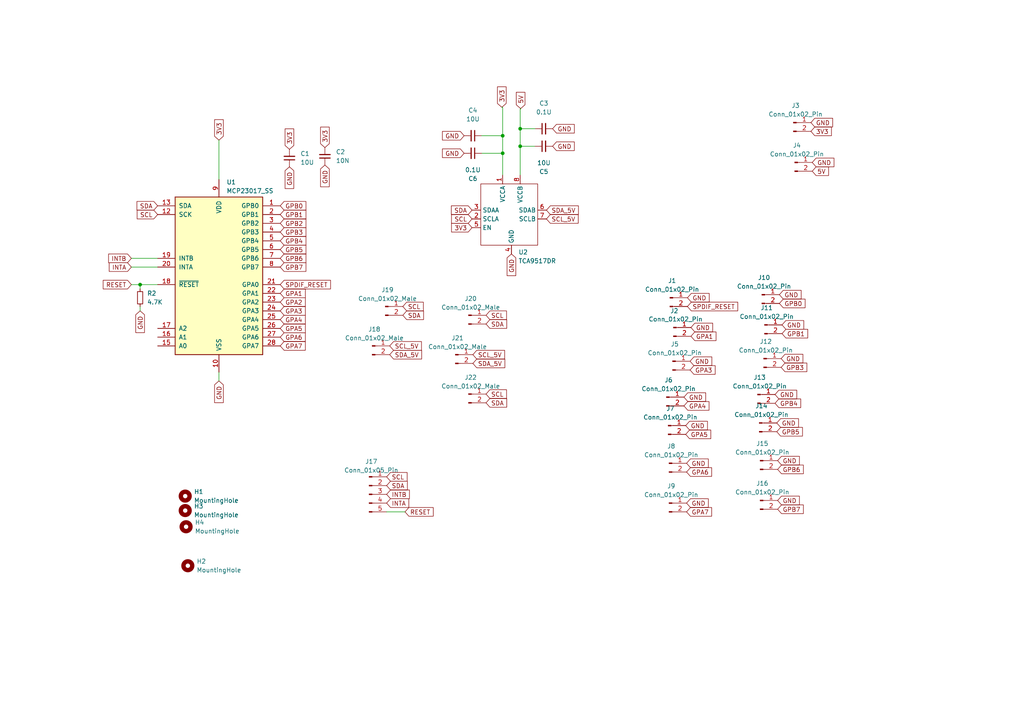
<source format=kicad_sch>
(kicad_sch (version 20231120) (generator "eeschema") (generator_version "8.0")
  (paper "A4")
  (lib_symbols
    (symbol "Connector:Conn_01x02_Male" (pin_names (offset 1.016) hide)
      (property "Reference" "J" (at 0 2.54 0))
      (property "Value" "Conn_01x02_Male" (at 0 -5.08 0))
      (symbol "Conn_01x02_Male_1_1"
        (polyline (pts (xy 1.27 -2.54) (xy 0.8636 -2.54)) (stroke (width 0.1524)))
        (polyline (pts (xy 1.27 0) (xy 0.8636 0)) (stroke (width 0.1524)))
        (rectangle (start 0.8636 -2.413) (end 0 -2.667) (stroke (width 0.1524)) (fill (type outline)))
        (rectangle (start 0.8636 0.127) (end 0 -0.127) (stroke (width 0.1524)) (fill (type outline)))
        (pin passive line (at 5.08 0 180) (length 3.81) (name "Pin_1") (number "1"))
        (pin passive line (at 5.08 -2.54 180) (length 3.81) (name "Pin_2") (number "2"))
      )
    )
    (symbol "Connector:Conn_01x02_Pin" (pin_names (offset 1.016) hide)
      (property "Reference" "J" (at 0 2.54 0))
      (property "Value" "Conn_01x02_Pin" (at 0 -5.08 0))
      (symbol "Conn_01x02_Pin_1_1"
        (polyline (pts (xy 1.27 -2.54) (xy 0.8636 -2.54)) (stroke (width 0.1524)))
        (polyline (pts (xy 1.27 0) (xy 0.8636 0)) (stroke (width 0.1524)))
        (rectangle (start 0.8636 -2.413) (end 0 -2.667) (stroke (width 0.1524)) (fill (type outline)))
        (rectangle (start 0.8636 0.127) (end 0 -0.127) (stroke (width 0.1524)) (fill (type outline)))
        (pin passive line (at 5.08 0 180) (length 3.81) (name "Pin_1") (number "1"))
        (pin passive line (at 5.08 -2.54 180) (length 3.81) (name "Pin_2") (number "2"))
      )
    )
    (symbol "Connector:Conn_01x05_Pin" (pin_names (offset 1.016) hide)
      (property "Reference" "J" (at 0 7.62 0))
      (property "Value" "Conn_01x05_Pin" (at 0 -7.62 0))
      (symbol "Conn_01x05_Pin_1_1"
        (polyline (pts (xy 1.27 -5.08) (xy 0.8636 -5.08)) (stroke (width 0.1524)))
        (polyline (pts (xy 1.27 -2.54) (xy 0.8636 -2.54)) (stroke (width 0.1524)))
        (polyline (pts (xy 1.27 0) (xy 0.8636 0)) (stroke (width 0.1524)))
        (polyline (pts (xy 1.27 2.54) (xy 0.8636 2.54)) (stroke (width 0.1524)))
        (polyline (pts (xy 1.27 5.08) (xy 0.8636 5.08)) (stroke (width 0.1524)))
        (rectangle (start 0.8636 -4.953) (end 0 -5.207) (stroke (width 0.1524)) (fill (type outline)))
        (rectangle (start 0.8636 -2.413) (end 0 -2.667) (stroke (width 0.1524)) (fill (type outline)))
        (rectangle (start 0.8636 0.127) (end 0 -0.127) (stroke (width 0.1524)) (fill (type outline)))
        (rectangle (start 0.8636 2.667) (end 0 2.413) (stroke (width 0.1524)) (fill (type outline)))
        (rectangle (start 0.8636 5.207) (end 0 4.953) (stroke (width 0.1524)) (fill (type outline)))
        (pin passive line (at 5.08 5.08 180) (length 3.81) (name "Pin_1") (number "1"))
        (pin passive line (at 5.08 2.54 180) (length 3.81) (name "Pin_2") (number "2"))
        (pin passive line (at 5.08 0 180) (length 3.81) (name "Pin_3") (number "3"))
        (pin passive line (at 5.08 -2.54 180) (length 3.81) (name "Pin_4") (number "4"))
        (pin passive line (at 5.08 -5.08 180) (length 3.81) (name "Pin_5") (number "5"))
      )
    )
    (symbol "Device:C_Small" (pin_numbers hide) (pin_names (offset 0.254) hide)
      (property "Reference" "C" (at 0.254 1.778 0))
      (property "Value" "C_Small" (at 0.254 -2.032 0))
      (symbol "C_Small_0_1"
        (polyline (pts (xy -1.524 -0.508) (xy 1.524 -0.508)) (stroke (width 0.3302)))
        (polyline (pts (xy -1.524 0.508) (xy 1.524 0.508)) (stroke (width 0.3048)))
      )
      (symbol "C_Small_1_1"
        (pin passive line (at 0 2.54 270) (length 2.032) (name "~") (number "1"))
        (pin passive line (at 0 -2.54 90) (length 2.032) (name "~") (number "2"))
      )
    )
    (symbol "Device:R_Small" (pin_numbers hide) (pin_names (offset 0.254) hide)
      (property "Reference" "R" (at 0.762 0.508 0))
      (property "Value" "R_Small" (at 0.762 -1.016 0))
      (symbol "R_Small_0_1"
        (rectangle (start -0.762 1.778) (end 0.762 -1.778) (stroke (width 0.2032)))
      )
      (symbol "R_Small_1_1"
        (pin passive line (at 0 2.54 270) (length 0.762) (name "~") (number "1"))
        (pin passive line (at 0 -2.54 90) (length 0.762) (name "~") (number "2"))
      )
    )
    (symbol "Interface_Expansion:MCP23017_SS" (pin_names (offset 1.016))
      (property "Reference" "U" (at -11.43 24.13 0))
      (property "Value" "MCP23017_SS" (at 0 0 0))
      (symbol "MCP23017_SS_0_1"
        (rectangle (start -12.7 22.86) (end 12.7 -22.86) (stroke (width 0.254)) (fill (type background)))
      )
      (symbol "MCP23017_SS_1_1"
        (pin bidirectional line (at 17.78 20.32 180) (length 5.08) (name "GPB0") (number "1"))
        (pin power_in line (at 0 -27.94 90) (length 5.08) (name "VSS") (number "10"))
        (pin no_connect line (at -12.7 15.24 0) (length 5.08) hide (name "NC") (number "11"))
        (pin input line (at -17.78 17.78 0) (length 5.08) (name "SCK") (number "12"))
        (pin bidirectional line (at -17.78 20.32 0) (length 5.08) (name "SDA") (number "13"))
        (pin no_connect line (at -12.7 12.7 0) (length 5.08) hide (name "NC") (number "14"))
        (pin input line (at -17.78 -20.32 0) (length 5.08) (name "A0") (number "15"))
        (pin input line (at -17.78 -17.78 0) (length 5.08) (name "A1") (number "16"))
        (pin input line (at -17.78 -15.24 0) (length 5.08) (name "A2") (number "17"))
        (pin input line (at -17.78 -2.54 0) (length 5.08) (name "~{RESET}") (number "18"))
        (pin tri_state line (at -17.78 5.08 0) (length 5.08) (name "INTB") (number "19"))
        (pin bidirectional line (at 17.78 17.78 180) (length 5.08) (name "GPB1") (number "2"))
        (pin tri_state line (at -17.78 2.54 0) (length 5.08) (name "INTA") (number "20"))
        (pin bidirectional line (at 17.78 -2.54 180) (length 5.08) (name "GPA0") (number "21"))
        (pin bidirectional line (at 17.78 -5.08 180) (length 5.08) (name "GPA1") (number "22"))
        (pin bidirectional line (at 17.78 -7.62 180) (length 5.08) (name "GPA2") (number "23"))
        (pin bidirectional line (at 17.78 -10.16 180) (length 5.08) (name "GPA3") (number "24"))
        (pin bidirectional line (at 17.78 -12.7 180) (length 5.08) (name "GPA4") (number "25"))
        (pin bidirectional line (at 17.78 -15.24 180) (length 5.08) (name "GPA5") (number "26"))
        (pin bidirectional line (at 17.78 -17.78 180) (length 5.08) (name "GPA6") (number "27"))
        (pin bidirectional line (at 17.78 -20.32 180) (length 5.08) (name "GPA7") (number "28"))
        (pin bidirectional line (at 17.78 15.24 180) (length 5.08) (name "GPB2") (number "3"))
        (pin bidirectional line (at 17.78 12.7 180) (length 5.08) (name "GPB3") (number "4"))
        (pin bidirectional line (at 17.78 10.16 180) (length 5.08) (name "GPB4") (number "5"))
        (pin bidirectional line (at 17.78 7.62 180) (length 5.08) (name "GPB5") (number "6"))
        (pin bidirectional line (at 17.78 5.08 180) (length 5.08) (name "GPB6") (number "7"))
        (pin bidirectional line (at 17.78 2.54 180) (length 5.08) (name "GPB7") (number "8"))
        (pin power_in line (at 0 27.94 270) (length 5.08) (name "VDD") (number "9"))
      )
    )
    (symbol "Interface_LineDriver:TCA9517DR"
      (property "Reference" "U" (at 0 7.62 0))
      (property "Value" "TCA9517DR" (at 6.35 -1.27 0))
      (symbol "TCA9517DR_0_1"
        (polyline (pts (xy -8.89 17.78) (xy 7.62 17.78) (xy 7.62 0) (xy -8.89 0) (xy -8.89 17.78)))
      )
      (symbol "TCA9517DR_1_1"
        (pin input line (at -2.54 20.32 270) (length 2.54) (name "VCCA") (number "1"))
        (pin bidirectional line (at -11.43 7.62 0) (length 2.54) (name "SCLA") (number "2"))
        (pin bidirectional line (at -11.43 10.16 0) (length 2.54) (name "SDAA") (number "3"))
        (pin input line (at 0 -2.54 90) (length 2.54) (name "GND") (number "4"))
        (pin input line (at -11.43 5.08 0) (length 2.54) (name "EN") (number "5"))
        (pin bidirectional line (at 10.16 10.16 180) (length 2.54) (name "SDAB") (number "6"))
        (pin bidirectional line (at 10.16 7.62 180) (length 2.54) (name "SCLB") (number "7"))
        (pin input line (at 2.54 20.32 270) (length 2.54) (name "VCCB") (number "8"))
      )
    )
    (symbol "Mechanical:MountingHole" (pin_names (offset 1.016))
      (property "Reference" "H" (at 0 5.08 0))
      (property "Value" "MountingHole" (at 0 3.175 0))
      (symbol "MountingHole_0_1"
        (circle (center 0 0) (radius 1.27) (stroke (width 1.27)))
      )
    )
  )
  (junction (at 40.64 82.55))
  (junction (at 145.796 44.45))
  (junction (at 150.876 37.338))
  (junction (at 150.876 42.418))
  (junction (at 145.796 39.37))
  (wire (pts (xy 145.542 31.115) (xy 145.796 31.115)))
  (wire (pts (xy 63.5 110.49) (xy 63.5 107.95)))
  (wire (pts (xy 145.796 39.37) (xy 145.796 44.45)))
  (wire (pts (xy 151.003 31.496) (xy 151.003 31.623)))
  (wire (pts (xy 38.1 77.47) (xy 45.72 77.47)))
  (wire (pts (xy 150.876 37.338) (xy 155.194 37.338)))
  (wire (pts (xy 112.141 148.463) (xy 117.475 148.463)))
  (wire (pts (xy 139.7 39.37) (xy 145.796 39.37)))
  (wire (pts (xy 150.876 31.623) (xy 150.876 37.338)))
  (wire (pts (xy 139.7 44.45) (xy 145.796 44.45)))
  (wire (pts (xy 150.876 42.418) (xy 150.876 50.8)))
  (wire (pts (xy 40.64 82.55) (xy 45.72 82.55)))
  (wire (pts (xy 38.1 74.93) (xy 45.72 74.93)))
  (wire (pts (xy 145.796 44.45) (xy 145.796 50.8)))
  (wire (pts (xy 40.64 90.17) (xy 40.64 88.9)))
  (wire (pts (xy 40.64 83.82) (xy 40.64 82.55)))
  (wire (pts (xy 150.876 42.418) (xy 155.194 42.418)))
  (wire (pts (xy 151.003 31.623) (xy 150.876 31.623)))
  (wire (pts (xy 145.796 31.115) (xy 145.796 39.37)))
  (wire (pts (xy 150.876 37.338) (xy 150.876 42.418)))
  (wire (pts (xy 38.1 82.55) (xy 40.64 82.55)))
  (wire (pts (xy 63.5 40.64) (xy 63.5 52.07)))
  (global_label "GND" (shape input) (at 83.947 48.387 270) (property "Intersheetrefs" "${INTERSHEET_REFS}" (effects (hide yes))))
  (global_label "3V3" (shape input) (at 145.542 31.115 90) (property "Intersheetrefs" "${INTERSHEET_REFS}" (effects (hide yes))))
  (global_label "GPA6" (shape input) (at 81.28 97.79 0) (property "Intersheetrefs" "${INTERSHEET_REFS}" (effects (hide yes))))
  (global_label "RESET" (shape input) (at 117.475 148.463 0) (property "Intersheetrefs" "${INTERSHEET_REFS}" (effects (hide yes))))
  (global_label "GPB3" (shape input) (at 226.568 106.553 0) (property "Intersheetrefs" "${INTERSHEET_REFS}" (effects (hide yes))))
  (global_label "SDA" (shape input) (at 136.906 60.96 180) (property "Intersheetrefs" "${INTERSHEET_REFS}" (effects (hide yes))))
  (global_label "GND" (shape input) (at 235.585 47.117 0) (property "Intersheetrefs" "${INTERSHEET_REFS}" (effects (hide yes))))
  (global_label "GPB3" (shape input) (at 81.28 67.31 0) (property "Intersheetrefs" "${INTERSHEET_REFS}" (effects (hide yes))))
  (global_label "GND" (shape input) (at 198.374 115.189 0) (property "Intersheetrefs" "${INTERSHEET_REFS}" (effects (hide yes))))
  (global_label "5V" (shape input) (at 151.003 31.496 90) (property "Intersheetrefs" "${INTERSHEET_REFS}" (effects (hide yes))))
  (global_label "GND" (shape input) (at 225.552 145.161 0) (property "Intersheetrefs" "${INTERSHEET_REFS}" (effects (hide yes))))
  (global_label "GND" (shape input) (at 148.336 73.66 270) (property "Intersheetrefs" "${INTERSHEET_REFS}" (effects (hide yes))))
  (global_label "GPB5" (shape input) (at 81.28 72.39 0) (property "Intersheetrefs" "${INTERSHEET_REFS}" (effects (hide yes))))
  (global_label "GPA3" (shape input) (at 81.28 90.17 0) (property "Intersheetrefs" "${INTERSHEET_REFS}" (effects (hide yes))))
  (global_label "GND" (shape input) (at 160.274 42.418 0) (property "Intersheetrefs" "${INTERSHEET_REFS}" (effects (hide yes))))
  (global_label "GND" (shape input) (at 40.64 90.17 270) (property "Intersheetrefs" "${INTERSHEET_REFS}" (effects (hide yes))))
  (global_label "SDA" (shape input) (at 116.84 91.44 0) (property "Intersheetrefs" "${INTERSHEET_REFS}" (effects (hide yes))))
  (global_label "GND" (shape input) (at 235.204 35.56 0) (property "Intersheetrefs" "${INTERSHEET_REFS}" (effects (hide yes))))
  (global_label "GPB5" (shape input) (at 225.298 125.222 0) (property "Intersheetrefs" "${INTERSHEET_REFS}" (effects (hide yes))))
  (global_label "SCL" (shape input) (at 140.97 91.44 0) (property "Intersheetrefs" "${INTERSHEET_REFS}" (effects (hide yes))))
  (global_label "GND" (shape input) (at 63.5 110.49 270) (property "Intersheetrefs" "${INTERSHEET_REFS}" (effects (hide yes))))
  (global_label "GPA2" (shape input) (at 81.28 87.63 0) (property "Intersheetrefs" "${INTERSHEET_REFS}" (effects (hide yes))))
  (global_label "GPB6" (shape input) (at 225.552 136.144 0) (property "Intersheetrefs" "${INTERSHEET_REFS}" (effects (hide yes))))
  (global_label "GPA7" (shape input) (at 81.28 100.33 0) (property "Intersheetrefs" "${INTERSHEET_REFS}" (effects (hide yes))))
  (global_label "SCL_5V" (shape input) (at 137.16 102.87 0) (property "Intersheetrefs" "${INTERSHEET_REFS}" (effects (hide yes))))
  (global_label "GPB4" (shape input) (at 224.79 116.967 0) (property "Intersheetrefs" "${INTERSHEET_REFS}" (effects (hide yes))))
  (global_label "SDA_5V" (shape input) (at 113.03 102.87 0) (property "Intersheetrefs" "${INTERSHEET_REFS}" (effects (hide yes))))
  (global_label "SCL" (shape input) (at 136.906 63.5 180) (property "Intersheetrefs" "${INTERSHEET_REFS}" (effects (hide yes))))
  (global_label "SDA" (shape input) (at 45.72 59.69 180) (property "Intersheetrefs" "${INTERSHEET_REFS}" (effects (hide yes))))
  (global_label "3V3" (shape input) (at 63.5 40.64 90) (property "Intersheetrefs" "${INTERSHEET_REFS}" (effects (hide yes))))
  (global_label "GND" (shape input) (at 225.298 122.682 0) (property "Intersheetrefs" "${INTERSHEET_REFS}" (effects (hide yes))))
  (global_label "GND" (shape input) (at 225.552 133.604 0) (property "Intersheetrefs" "${INTERSHEET_REFS}" (effects (hide yes))))
  (global_label "INTA" (shape input) (at 38.1 77.47 180) (property "Intersheetrefs" "${INTERSHEET_REFS}" (effects (hide yes))))
  (global_label "GPB2" (shape input) (at 81.28 64.77 0) (property "Intersheetrefs" "${INTERSHEET_REFS}" (effects (hide yes))))
  (global_label "SDA" (shape input) (at 140.97 116.84 0) (property "Intersheetrefs" "${INTERSHEET_REFS}" (effects (hide yes))))
  (global_label "SPDIF_RESET" (shape input) (at 199.39 88.9 0) (property "Intersheetrefs" "${INTERSHEET_REFS}" (effects (hide yes))))
  (global_label "GND" (shape input) (at 226.568 104.013 0) (property "Intersheetrefs" "${INTERSHEET_REFS}" (effects (hide yes))))
  (global_label "GND" (shape input) (at 160.274 37.338 0) (property "Intersheetrefs" "${INTERSHEET_REFS}" (effects (hide yes))))
  (global_label "SCL_5V" (shape input) (at 113.03 100.33 0) (property "Intersheetrefs" "${INTERSHEET_REFS}" (effects (hide yes))))
  (global_label "GPB1" (shape input) (at 81.28 62.23 0) (property "Intersheetrefs" "${INTERSHEET_REFS}" (effects (hide yes))))
  (global_label "3V3" (shape input) (at 83.947 43.307 90) (property "Intersheetrefs" "${INTERSHEET_REFS}" (effects (hide yes))))
  (global_label "GPA7" (shape input) (at 199.136 148.463 0) (property "Intersheetrefs" "${INTERSHEET_REFS}" (effects (hide yes))))
  (global_label "SDA" (shape input) (at 112.141 140.843 0) (property "Intersheetrefs" "${INTERSHEET_REFS}" (effects (hide yes))))
  (global_label "SCL" (shape input) (at 45.72 62.23 180) (property "Intersheetrefs" "${INTERSHEET_REFS}" (effects (hide yes))))
  (global_label "GPB7" (shape input) (at 225.552 147.701 0) (property "Intersheetrefs" "${INTERSHEET_REFS}" (effects (hide yes))))
  (global_label "SCL" (shape input) (at 140.97 114.3 0) (property "Intersheetrefs" "${INTERSHEET_REFS}" (effects (hide yes))))
  (global_label "SPDIF_RESET" (shape input) (at 81.28 82.55 0) (property "Intersheetrefs" "${INTERSHEET_REFS}" (effects (hide yes))))
  (global_label "3V3" (shape input) (at 235.204 38.1 0) (property "Intersheetrefs" "${INTERSHEET_REFS}" (effects (hide yes))))
  (global_label "GND" (shape input) (at 199.39 86.36 0) (property "Intersheetrefs" "${INTERSHEET_REFS}" (effects (hide yes))))
  (global_label "GND" (shape input) (at 134.62 39.37 180) (property "Intersheetrefs" "${INTERSHEET_REFS}" (effects (hide yes))))
  (global_label "5V" (shape input) (at 235.585 49.657 0) (property "Intersheetrefs" "${INTERSHEET_REFS}" (effects (hide yes))))
  (global_label "GPB4" (shape input) (at 81.28 69.85 0) (property "Intersheetrefs" "${INTERSHEET_REFS}" (effects (hide yes))))
  (global_label "GND" (shape input) (at 200.152 104.775 0) (property "Intersheetrefs" "${INTERSHEET_REFS}" (effects (hide yes))))
  (global_label "GND" (shape input) (at 224.79 114.427 0) (property "Intersheetrefs" "${INTERSHEET_REFS}" (effects (hide yes))))
  (global_label "GND" (shape input) (at 94.234 47.879 270) (property "Intersheetrefs" "${INTERSHEET_REFS}" (effects (hide yes))))
  (global_label "3V3" (shape input) (at 136.906 66.04 180) (property "Intersheetrefs" "${INTERSHEET_REFS}" (effects (hide yes))))
  (global_label "GPA4" (shape input) (at 198.374 117.729 0) (property "Intersheetrefs" "${INTERSHEET_REFS}" (effects (hide yes))))
  (global_label "GPA3" (shape input) (at 200.152 107.315 0) (property "Intersheetrefs" "${INTERSHEET_REFS}" (effects (hide yes))))
  (global_label "3V3" (shape input) (at 94.234 42.799 90) (property "Intersheetrefs" "${INTERSHEET_REFS}" (effects (hide yes))))
  (global_label "GPA1" (shape input) (at 81.28 85.09 0) (property "Intersheetrefs" "${INTERSHEET_REFS}" (effects (hide yes))))
  (global_label "GPA6" (shape input) (at 199.136 136.906 0) (property "Intersheetrefs" "${INTERSHEET_REFS}" (effects (hide yes))))
  (global_label "SDA_5V" (shape input) (at 137.16 105.41 0) (property "Intersheetrefs" "${INTERSHEET_REFS}" (effects (hide yes))))
  (global_label "SCL" (shape input) (at 116.84 88.9 0) (property "Intersheetrefs" "${INTERSHEET_REFS}" (effects (hide yes))))
  (global_label "GPA5" (shape input) (at 198.882 125.984 0) (property "Intersheetrefs" "${INTERSHEET_REFS}" (effects (hide yes))))
  (global_label "GND" (shape input) (at 198.882 123.444 0) (property "Intersheetrefs" "${INTERSHEET_REFS}" (effects (hide yes))))
  (global_label "GND" (shape input) (at 226.06 85.471 0) (property "Intersheetrefs" "${INTERSHEET_REFS}" (effects (hide yes))))
  (global_label "GND" (shape input) (at 134.62 44.45 180) (property "Intersheetrefs" "${INTERSHEET_REFS}" (effects (hide yes))))
  (global_label "GPA5" (shape input) (at 81.28 95.25 0) (property "Intersheetrefs" "${INTERSHEET_REFS}" (effects (hide yes))))
  (global_label "RESET" (shape input) (at 38.1 82.55 180) (property "Intersheetrefs" "${INTERSHEET_REFS}" (effects (hide yes))))
  (global_label "SDA" (shape input) (at 140.97 93.98 0) (property "Intersheetrefs" "${INTERSHEET_REFS}" (effects (hide yes))))
  (global_label "INTB" (shape input) (at 38.1 74.93 180) (property "Intersheetrefs" "${INTERSHEET_REFS}" (effects (hide yes))))
  (global_label "GPA4" (shape input) (at 81.28 92.71 0) (property "Intersheetrefs" "${INTERSHEET_REFS}" (effects (hide yes))))
  (global_label "GND" (shape input) (at 199.136 134.366 0) (property "Intersheetrefs" "${INTERSHEET_REFS}" (effects (hide yes))))
  (global_label "GPA1" (shape input) (at 200.406 97.536 0) (property "Intersheetrefs" "${INTERSHEET_REFS}" (effects (hide yes))))
  (global_label "GND" (shape input) (at 200.406 94.996 0) (property "Intersheetrefs" "${INTERSHEET_REFS}" (effects (hide yes))))
  (global_label "GPB6" (shape input) (at 81.28 74.93 0) (property "Intersheetrefs" "${INTERSHEET_REFS}" (effects (hide yes))))
  (global_label "SDA_5V" (shape input) (at 158.496 60.96 0) (property "Intersheetrefs" "${INTERSHEET_REFS}" (effects (hide yes))))
  (global_label "GPB0" (shape input) (at 226.06 88.011 0) (property "Intersheetrefs" "${INTERSHEET_REFS}" (effects (hide yes))))
  (global_label "GND" (shape input) (at 226.822 94.234 0) (property "Intersheetrefs" "${INTERSHEET_REFS}" (effects (hide yes))))
  (global_label "GPB1" (shape input) (at 226.822 96.774 0) (property "Intersheetrefs" "${INTERSHEET_REFS}" (effects (hide yes))))
  (global_label "INTB" (shape input) (at 112.141 143.383 0) (property "Intersheetrefs" "${INTERSHEET_REFS}" (effects (hide yes))))
  (global_label "SCL" (shape input) (at 112.141 138.303 0) (property "Intersheetrefs" "${INTERSHEET_REFS}" (effects (hide yes))))
  (global_label "GPB7" (shape input) (at 81.28 77.47 0) (property "Intersheetrefs" "${INTERSHEET_REFS}" (effects (hide yes))))
  (global_label "SCL_5V" (shape input) (at 158.496 63.5 0) (property "Intersheetrefs" "${INTERSHEET_REFS}" (effects (hide yes))))
  (global_label "INTA" (shape input) (at 112.141 145.923 0) (property "Intersheetrefs" "${INTERSHEET_REFS}" (effects (hide yes))))
  (global_label "GND" (shape input) (at 199.136 145.923 0) (property "Intersheetrefs" "${INTERSHEET_REFS}" (effects (hide yes))))
  (global_label "GPB0" (shape input) (at 81.28 59.69 0) (property "Intersheetrefs" "${INTERSHEET_REFS}" (effects (hide yes))))
  (symbol (lib_id "Connector:Conn_01x02_Pin") (at 194.056 134.366 0) (unit 1)
    (property "Reference" "J8" (at 194.691 129.413 0))
    (property "Value" "Conn_01x02_Pin" (at 194.691 131.953 0))
    (property "Footprint" "Connector_JST:JST_PH_B2B-PH-K_1x02_P2.00mm_Vertical" (effects (hide yes)))
  )
  (symbol (lib_id "Connector:Conn_01x02_Pin") (at 221.742 94.234 0) (unit 1)
    (property "Reference" "J11" (at 222.377 89.281 0))
    (property "Value" "Conn_01x02_Pin" (at 222.377 91.821 0))
    (property "Footprint" "Connector_JST:JST_PH_B2B-PH-K_1x02_P2.00mm_Vertical" (effects (hide yes)))
  )
  (symbol (lib_id "Mechanical:MountingHole") (at 53.975 152.781 0) (unit 1)
    (property "Reference" "H4" (at 56.515 151.5109 0) (effects (justify left)))
    (property "Value" "MountingHole" (at 56.515 154.0509 0) (effects (justify left)))
    (property "Footprint" "MountingHole:MountingHole_3.2mm_M3" (effects (hide yes)))
  )
  (symbol (lib_id "Interface_Expansion:MCP23017_SS") (at 63.5 80.01 0) (unit 1)
    (property "Reference" "U1" (at 65.6941 52.832 0) (effects (justify left)))
    (property "Value" "MCP23017_SS" (at 65.6941 55.372 0) (effects (justify left)))
    (property "Footprint" "Package_SO:SSOP-28_5.3x10.2mm_P0.65mm" (effects (hide yes)))
    (property "Datasheet" "http://ww1.microchip.com/downloads/en/DeviceDoc/20001952C.pdf" (effects (hide yes)))
  )
  (symbol (lib_id "Connector:Conn_01x02_Pin") (at 195.326 94.996 0) (unit 1)
    (property "Reference" "J2" (at 195.58 90.17 0))
    (property "Value" "Conn_01x02_Pin" (at 195.961 92.583 0))
    (property "Footprint" "Connector_JST:JST_PH_B2B-PH-K_1x02_P2.00mm_Vertical" (effects (hide yes)))
  )
  (symbol (lib_id "Connector:Conn_01x02_Pin") (at 195.072 104.775 0) (unit 1)
    (property "Reference" "J5" (at 195.707 99.822 0))
    (property "Value" "Conn_01x02_Pin" (at 195.707 102.362 0))
    (property "Footprint" "Connector_JST:JST_PH_B2B-PH-K_1x02_P2.00mm_Vertical" (effects (hide yes)))
  )
  (symbol (lib_id "Device:C_Small") (at 157.734 42.418 90) (unit 1)
    (property "Reference" "C5" (at 157.7404 49.784 90))
    (property "Value" "10U" (at 157.7404 47.244 90))
    (property "Footprint" "Capacitor_SMD:C_1206_3216Metric_Pad1.33x1.80mm_HandSolder" (effects (hide yes)))
  )
  (symbol (lib_id "Interface_LineDriver:TCA9517DR") (at 148.336 71.12 0) (unit 1)
    (property "Reference" "U2" (at 150.3554 73.152 0) (effects (justify left)))
    (property "Value" "TCA9517DR" (at 150.3554 75.692 0) (effects (justify left)))
    (property "Footprint" "Package_SO:SOIC-8_3.9x4.9mm_P1.27mm" (effects (hide yes)))
  )
  (symbol (lib_id "Connector:Conn_01x02_Male") (at 107.95 100.33 0) (unit 1)
    (property "Reference" "J18" (at 108.585 95.504 0))
    (property "Value" "Conn_01x02_Male" (at 108.585 98.044 0))
    (property "Footprint" "Connector_JST:JST_PH_B2B-PH-K_1x02_P2.00mm_Vertical" (effects (hide yes)))
  )
  (symbol (lib_id "Device:C_Small") (at 137.16 44.45 270) (unit 1)
    (property "Reference" "C6" (at 137.1537 51.816 90))
    (property "Value" "0.1U" (at 137.1537 49.276 90))
    (property "Footprint" "Capacitor_SMD:C_0805_2012Metric_Pad1.18x1.45mm_HandSolder" (effects (hide yes)))
  )
  (symbol (lib_id "Connector:Conn_01x02_Pin") (at 193.802 123.444 0) (unit 1)
    (property "Reference" "J7" (at 194.437 118.491 0))
    (property "Value" "Conn_01x02_Pin" (at 194.437 121.031 0))
    (property "Footprint" "Connector_JST:JST_PH_B2B-PH-K_1x02_P2.00mm_Vertical" (effects (hide yes)))
  )
  (symbol (lib_id "Device:C_Small") (at 94.234 45.339 180) (unit 1)
    (property "Reference" "C2" (at 97.409 44.0626 0) (effects (justify right)))
    (property "Value" "10N" (at 97.409 46.6026 0) (effects (justify right)))
    (property "Footprint" "Capacitor_SMD:C_0805_2012Metric_Pad1.18x1.45mm_HandSolder" (effects (hide yes)))
  )
  (symbol (lib_id "Connector:Conn_01x02_Male") (at 135.89 91.44 0) (unit 1)
    (property "Reference" "J20" (at 136.525 86.614 0))
    (property "Value" "Conn_01x02_Male" (at 136.525 89.154 0))
    (property "Footprint" "Connector_JST:JST_PH_B2B-PH-K_1x02_P2.00mm_Vertical" (effects (hide yes)))
  )
  (symbol (lib_id "Connector:Conn_01x02_Pin") (at 220.472 133.604 0) (unit 1)
    (property "Reference" "J15" (at 221.107 128.651 0))
    (property "Value" "Conn_01x02_Pin" (at 221.107 131.191 0))
    (property "Footprint" "Connector_JST:JST_PH_B2B-PH-K_1x02_P2.00mm_Vertical" (effects (hide yes)))
  )
  (symbol (lib_id "Connector:Conn_01x02_Pin") (at 194.31 86.36 0) (unit 1)
    (property "Reference" "J1" (at 194.945 81.407 0))
    (property "Value" "Conn_01x02_Pin" (at 194.945 83.947 0))
    (property "Footprint" "Connector_JST:JST_PH_B2B-PH-K_1x02_P2.00mm_Vertical" (effects (hide yes)))
  )
  (symbol (lib_id "Connector:Conn_01x02_Pin") (at 219.71 114.427 0) (unit 1)
    (property "Reference" "J13" (at 220.345 109.474 0))
    (property "Value" "Conn_01x02_Pin" (at 220.345 112.014 0))
    (property "Footprint" "Connector_JST:JST_PH_B2B-PH-K_1x02_P2.00mm_Vertical" (effects (hide yes)))
  )
  (symbol (lib_id "Connector:Conn_01x05_Pin") (at 107.061 143.383 0) (unit 1)
    (property "Reference" "J17" (at 107.696 133.858 0))
    (property "Value" "Conn_01x05_Pin" (at 107.696 136.398 0))
    (property "Footprint" "Connector_JST:JST_PH_B5B-PH-K_1x05_P2.00mm_Vertical" (effects (hide yes)))
  )
  (symbol (lib_id "Mechanical:MountingHole") (at 53.721 148.082 0) (unit 1)
    (property "Reference" "H3" (at 56.261 146.8119 0) (effects (justify left)))
    (property "Value" "MountingHole" (at 56.261 149.3519 0) (effects (justify left)))
    (property "Footprint" "MountingHole:MountingHole_3.2mm_M3" (effects (hide yes)))
  )
  (symbol (lib_id "Connector:Conn_01x02_Pin") (at 220.472 145.161 0) (unit 1)
    (property "Reference" "J16" (at 221.107 140.208 0))
    (property "Value" "Conn_01x02_Pin" (at 221.107 142.748 0))
    (property "Footprint" "Connector_JST:JST_PH_B2B-PH-K_1x02_P2.00mm_Vertical" (effects (hide yes)))
  )
  (symbol (lib_id "Connector:Conn_01x02_Male") (at 111.76 88.9 0) (unit 1)
    (property "Reference" "J19" (at 112.395 84.074 0))
    (property "Value" "Conn_01x02_Male" (at 112.395 86.614 0))
    (property "Footprint" "Connector_JST:JST_PH_B2B-PH-K_1x02_P2.00mm_Vertical" (effects (hide yes)))
  )
  (symbol (lib_id "Device:C_Small") (at 137.16 39.37 270) (unit 1)
    (property "Reference" "C4" (at 137.1536 32.004 90))
    (property "Value" "10U" (at 137.1536 34.544 90))
    (property "Footprint" "Capacitor_SMD:C_1206_3216Metric_Pad1.33x1.80mm_HandSolder" (effects (hide yes)))
  )
  (symbol (lib_id "Mechanical:MountingHole") (at 53.721 143.891 0) (unit 1)
    (property "Reference" "H1" (at 56.261 142.6209 0) (effects (justify left)))
    (property "Value" "MountingHole" (at 56.261 145.1609 0) (effects (justify left)))
    (property "Footprint" "MountingHole:MountingHole_3.2mm_M3" (effects (hide yes)))
  )
  (symbol (lib_id "Device:C_Small") (at 157.734 37.338 90) (unit 1)
    (property "Reference" "C3" (at 157.7403 29.972 90))
    (property "Value" "0.1U" (at 157.7403 32.512 90))
    (property "Footprint" "Capacitor_SMD:C_0805_2012Metric_Pad1.18x1.45mm_HandSolder" (effects (hide yes)))
  )
  (symbol (lib_id "Device:R_Small") (at 40.64 86.36 180) (unit 1)
    (property "Reference" "R2" (at 42.672 85.09 0) (effects (justify right)))
    (property "Value" "4.7K" (at 42.672 87.63 0) (effects (justify right)))
    (property "Footprint" "Resistor_SMD:R_0603_1608Metric_Pad0.98x0.95mm_HandSolder" (effects (hide yes)))
  )
  (symbol (lib_id "Connector:Conn_01x02_Pin") (at 230.124 35.56 0) (unit 1)
    (property "Reference" "J3" (at 230.759 30.607 0))
    (property "Value" "Conn_01x02_Pin" (at 230.759 33.147 0))
    (property "Footprint" "Connector_JST:JST_PH_B2B-PH-K_1x02_P2.00mm_Vertical" (effects (hide yes)))
  )
  (symbol (lib_id "Connector:Conn_01x02_Pin") (at 220.218 122.682 0) (unit 1)
    (property "Reference" "J14" (at 220.853 117.729 0))
    (property "Value" "Conn_01x02_Pin" (at 220.853 120.269 0))
    (property "Footprint" "Connector_JST:JST_PH_B2B-PH-K_1x02_P2.00mm_Vertical" (effects (hide yes)))
  )
  (symbol (lib_id "Connector:Conn_01x02_Pin") (at 193.294 115.189 0) (unit 1)
    (property "Reference" "J6" (at 193.929 110.236 0))
    (property "Value" "Conn_01x02_Pin" (at 193.929 112.776 0))
    (property "Footprint" "Connector_JST:JST_PH_B2B-PH-K_1x02_P2.00mm_Vertical" (effects (hide yes)))
  )
  (symbol (lib_id "Connector:Conn_01x02_Male") (at 135.89 114.3 0) (unit 1)
    (property "Reference" "J22" (at 136.525 109.474 0))
    (property "Value" "Conn_01x02_Male" (at 136.525 112.014 0))
    (property "Footprint" "Connector_JST:JST_PH_B2B-PH-K_1x02_P2.00mm_Vertical" (effects (hide yes)))
  )
  (symbol (lib_id "Mechanical:MountingHole") (at 54.483 164.084 0) (unit 1)
    (property "Reference" "H2" (at 57.023 162.8139 0) (effects (justify left)))
    (property "Value" "MountingHole" (at 57.023 165.3539 0) (effects (justify left)))
    (property "Footprint" "MountingHole:MountingHole_3.2mm_M3" (effects (hide yes)))
  )
  (symbol (lib_id "Connector:Conn_01x02_Pin") (at 194.056 145.923 0) (unit 1)
    (property "Reference" "J9" (at 194.691 140.97 0))
    (property "Value" "Conn_01x02_Pin" (at 194.691 143.51 0))
    (property "Footprint" "Connector_JST:JST_PH_B2B-PH-K_1x02_P2.00mm_Vertical" (effects (hide yes)))
  )
  (symbol (lib_id "Device:C_Small") (at 83.947 45.847 180) (unit 1)
    (property "Reference" "C1" (at 87.122 44.5706 0) (effects (justify right)))
    (property "Value" "10U" (at 87.122 47.1106 0) (effects (justify right)))
    (property "Footprint" "Capacitor_SMD:C_1206_3216Metric_Pad1.33x1.80mm_HandSolder" (effects (hide yes)))
  )
  (symbol (lib_id "Connector:Conn_01x02_Pin") (at 220.98 85.471 0) (unit 1)
    (property "Reference" "J10" (at 221.615 80.518 0))
    (property "Value" "Conn_01x02_Pin" (at 221.615 83.058 0))
    (property "Footprint" "Connector_JST:JST_PH_B2B-PH-K_1x02_P2.00mm_Vertical" (effects (hide yes)))
  )
  (symbol (lib_id "Connector:Conn_01x02_Pin") (at 221.488 104.013 0) (unit 1)
    (property "Reference" "J12" (at 222.123 99.06 0))
    (property "Value" "Conn_01x02_Pin" (at 222.123 101.6 0))
    (property "Footprint" "Connector_JST:JST_PH_B2B-PH-K_1x02_P2.00mm_Vertical" (effects (hide yes)))
  )
  (symbol (lib_id "Connector:Conn_01x02_Pin") (at 230.505 47.117 0) (unit 1)
    (property "Reference" "J4" (at 231.14 42.164 0))
    (property "Value" "Conn_01x02_Pin" (at 231.14 44.704 0))
    (property "Footprint" "Connector_JST:JST_PH_B2B-PH-K_1x02_P2.00mm_Vertical" (effects (hide yes)))
  )
  (symbol (lib_id "Connector:Conn_01x02_Male") (at 132.08 102.87 0) (unit 1)
    (property "Reference" "J21" (at 132.715 98.044 0))
    (property "Value" "Conn_01x02_Male" (at 132.715 100.584 0))
    (property "Footprint" "Connector_JST:JST_PH_B2B-PH-K_1x02_P2.00mm_Vertical" (effects (hide yes)))
  )
)
</source>
